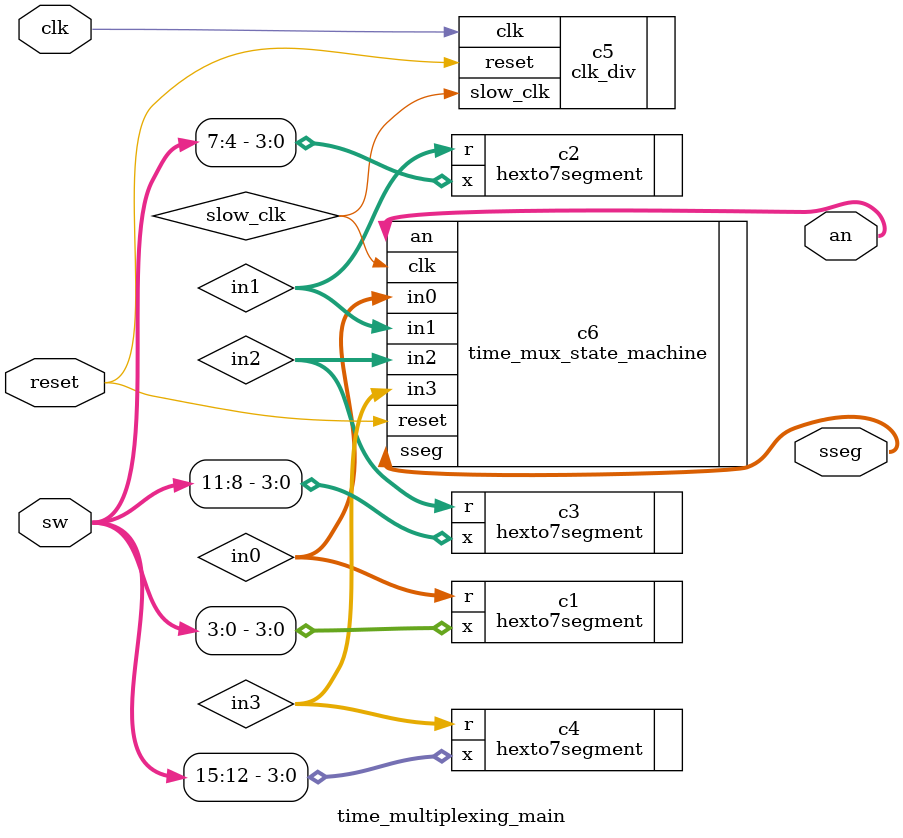
<source format=v>
`timescale 1ns / 1ps


module time_multiplexing_main(
    input clk,
    input reset,
    input [15:0] sw,
    output [3:0]an,
    output [6:0] sseg
    );
    
    wire [6:0] in0, in1, in2, in3;
    wire slow_clk;
    
    hexto7segment c1(.x(sw[3:0]), .r(in0));
    hexto7segment c2(.x(sw[7:4]), .r(in1));
    hexto7segment c3(.x(sw[11:8]), .r(in2));
    hexto7segment c4(.x(sw[15:12]), .r(in3));
    
    clk_div c5 (.clk(clk), .reset(reset), .slow_clk(slow_clk));
    
    time_mux_state_machine c6(
    .clk (slow_clk),
    .reset(reset),
    .in0(in0),
    .in1(in1),
    .in2(in2),
    .in3(in3),
    .an(an),
    .sseg(sseg));
endmodule

</source>
